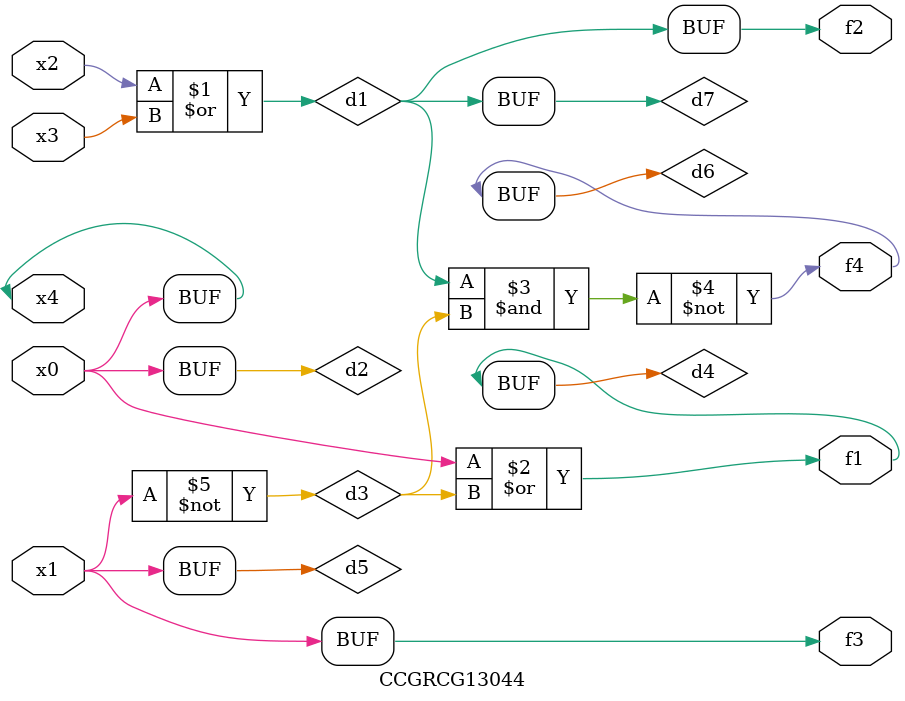
<source format=v>
module CCGRCG13044(
	input x0, x1, x2, x3, x4,
	output f1, f2, f3, f4
);

	wire d1, d2, d3, d4, d5, d6, d7;

	or (d1, x2, x3);
	buf (d2, x0, x4);
	not (d3, x1);
	or (d4, d2, d3);
	not (d5, d3);
	nand (d6, d1, d3);
	or (d7, d1);
	assign f1 = d4;
	assign f2 = d7;
	assign f3 = d5;
	assign f4 = d6;
endmodule

</source>
